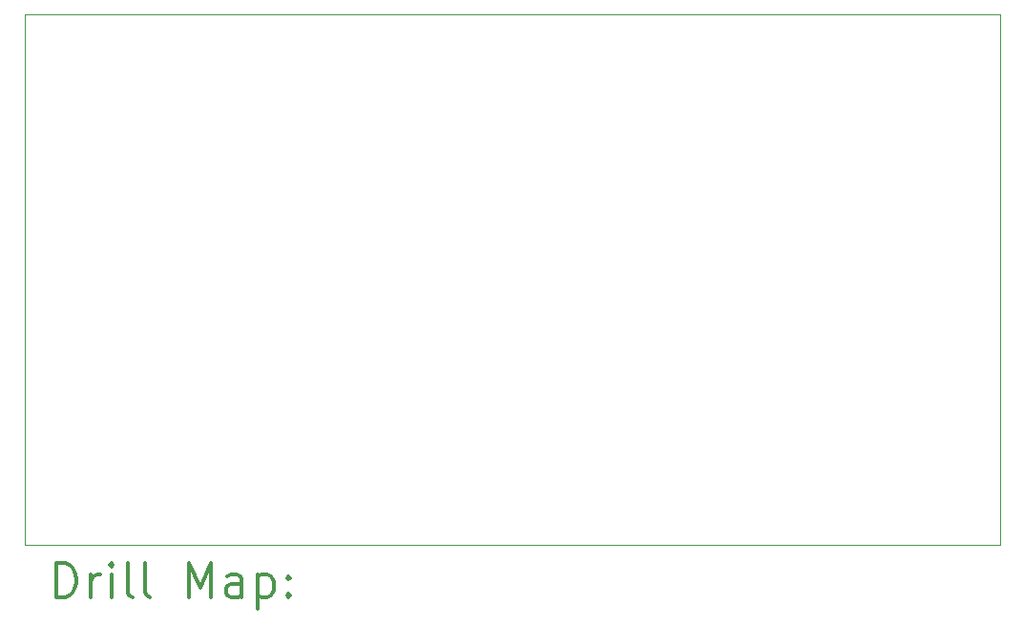
<source format=gbr>
%FSLAX45Y45*%
G04 Gerber Fmt 4.5, Leading zero omitted, Abs format (unit mm)*
G04 Created by KiCad (PCBNEW (5.1.4)-1) date 2021-06-03 13:44:48*
%MOMM*%
%LPD*%
G04 APERTURE LIST*
%ADD10C,0.050000*%
%ADD11C,0.200000*%
%ADD12C,0.300000*%
G04 APERTURE END LIST*
D10*
X12950000Y-11400000D02*
X4300000Y-11400000D01*
X12950000Y-6700000D02*
X12950000Y-11400000D01*
X4300000Y-6700000D02*
X4300000Y-11400000D01*
X12950000Y-6700000D02*
X4300000Y-6700000D01*
D11*
D12*
X4583928Y-11868214D02*
X4583928Y-11568214D01*
X4655357Y-11568214D01*
X4698214Y-11582500D01*
X4726786Y-11611071D01*
X4741071Y-11639643D01*
X4755357Y-11696786D01*
X4755357Y-11739643D01*
X4741071Y-11796786D01*
X4726786Y-11825357D01*
X4698214Y-11853929D01*
X4655357Y-11868214D01*
X4583928Y-11868214D01*
X4883928Y-11868214D02*
X4883928Y-11668214D01*
X4883928Y-11725357D02*
X4898214Y-11696786D01*
X4912500Y-11682500D01*
X4941071Y-11668214D01*
X4969643Y-11668214D01*
X5069643Y-11868214D02*
X5069643Y-11668214D01*
X5069643Y-11568214D02*
X5055357Y-11582500D01*
X5069643Y-11596786D01*
X5083928Y-11582500D01*
X5069643Y-11568214D01*
X5069643Y-11596786D01*
X5255357Y-11868214D02*
X5226786Y-11853929D01*
X5212500Y-11825357D01*
X5212500Y-11568214D01*
X5412500Y-11868214D02*
X5383928Y-11853929D01*
X5369643Y-11825357D01*
X5369643Y-11568214D01*
X5755357Y-11868214D02*
X5755357Y-11568214D01*
X5855357Y-11782500D01*
X5955357Y-11568214D01*
X5955357Y-11868214D01*
X6226786Y-11868214D02*
X6226786Y-11711071D01*
X6212500Y-11682500D01*
X6183928Y-11668214D01*
X6126786Y-11668214D01*
X6098214Y-11682500D01*
X6226786Y-11853929D02*
X6198214Y-11868214D01*
X6126786Y-11868214D01*
X6098214Y-11853929D01*
X6083928Y-11825357D01*
X6083928Y-11796786D01*
X6098214Y-11768214D01*
X6126786Y-11753929D01*
X6198214Y-11753929D01*
X6226786Y-11739643D01*
X6369643Y-11668214D02*
X6369643Y-11968214D01*
X6369643Y-11682500D02*
X6398214Y-11668214D01*
X6455357Y-11668214D01*
X6483928Y-11682500D01*
X6498214Y-11696786D01*
X6512500Y-11725357D01*
X6512500Y-11811071D01*
X6498214Y-11839643D01*
X6483928Y-11853929D01*
X6455357Y-11868214D01*
X6398214Y-11868214D01*
X6369643Y-11853929D01*
X6641071Y-11839643D02*
X6655357Y-11853929D01*
X6641071Y-11868214D01*
X6626786Y-11853929D01*
X6641071Y-11839643D01*
X6641071Y-11868214D01*
X6641071Y-11682500D02*
X6655357Y-11696786D01*
X6641071Y-11711071D01*
X6626786Y-11696786D01*
X6641071Y-11682500D01*
X6641071Y-11711071D01*
M02*

</source>
